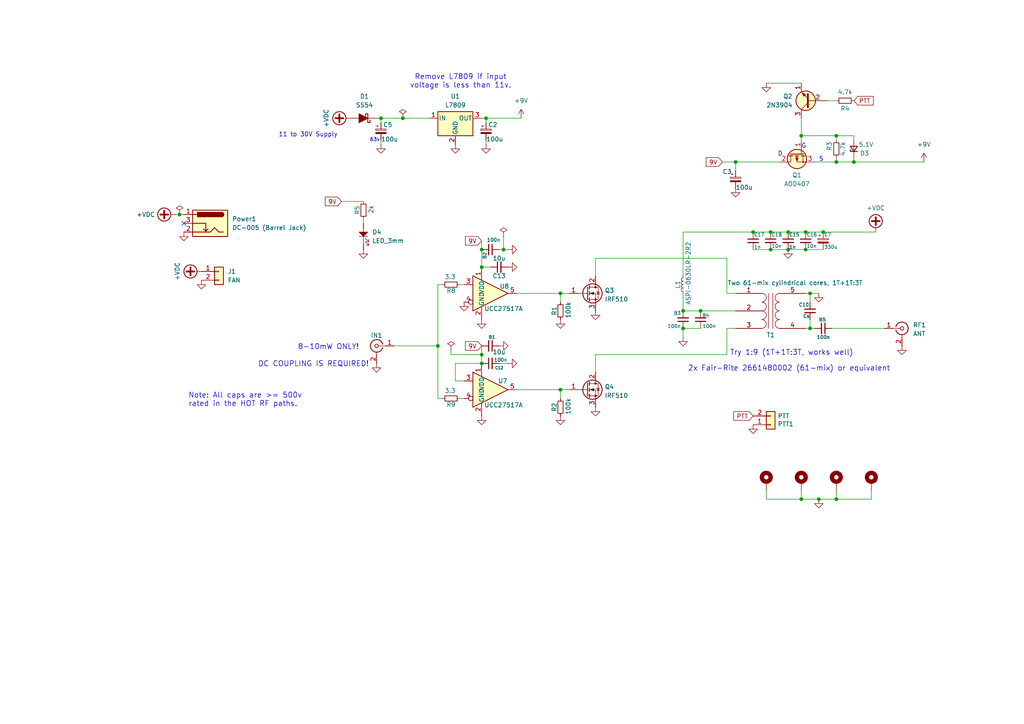
<source format=kicad_sch>
(kicad_sch (version 20240602) (generator "eeschema") (generator_version "8.99")
  (paper "A4")
  (title_block (title "Digital Push-Pull PA (24v, 2xIRF510)") (date "2024-07-09") (rev "3.14") (company "Henning Paul DC4HP (hnch@gmx.net), VU3CER (Dhiru), Rafał Rozestwiński") (comment 1 "Licensed under CC BY-NC 4.0") (comment 2 "https://creativecommons.org/licenses/by-nc/4.0/"))
  (lib_symbols
    (symbol "Connector:Barrel_Jack_Switch" (pin_names hide)
      (property "Reference" "J" (at 0 5.334 0))
      (property "Value" "Barrel_Jack_Switch" (at 0 -5.08 0))
      (symbol "Barrel_Jack_Switch_0_1"
        (rectangle (start -5.08 3.81) (end 5.08 -3.81) (stroke (width 0.254)) (fill (type background)))
        (polyline (pts (xy -3.81 -2.54) (xy -2.54 -2.54) (xy -1.27 -1.27) (xy 0 -2.54) (xy 2.54 -2.54) (xy 5.08 -2.54)) (stroke (width 0.254)))
        (arc (start -3.302 1.905) (mid -3.9343 2.54) (end -3.302 3.175) (stroke (width 0.254)) (fill (type outline)))
        (arc (start -3.302 1.905) (mid -3.9343 2.54) (end -3.302 3.175) (stroke (width 0.254)))
        (polyline (pts (xy 1.27 -2.286) (xy 1.905 -1.651)) (stroke (width 0.254)))
        (rectangle (start 3.683 3.175) (end -3.302 1.905) (stroke (width 0.254)) (fill (type outline)))
        (polyline (pts (xy 5.08 2.54) (xy 3.81 2.54)) (stroke (width 0.254)))
        (polyline (pts (xy 5.08 0) (xy 1.27 0) (xy 1.27 -2.286) (xy 0.635 -1.651)) (stroke (width 0.254)))
      )
      (symbol "Barrel_Jack_Switch_1_1"
        (pin passive line (at 7.62 2.54 180) (length 2.54) (name "~") (number "1"))
        (pin passive line (at 7.62 0 180) (length 2.54) (name "~") (number "3"))
        (pin passive line (at 7.62 -2.54 180) (length 2.54) (name "~") (number "2"))
      )
    )
    (symbol "Connector:Conn_Coaxial" (pin_names (offset 1.016) hide)
      (property "Reference" "J" (at 0.254 3.048 0))
      (property "Value" "Conn_Coaxial" (at 2.921 0 90))
      (symbol "Conn_Coaxial_0_1"
        (polyline (pts (xy -2.54 0) (xy -0.508 0)))
        (arc (start 1.778 0) (mid 0.222 -1.8079) (end -1.778 -0.508) (stroke (width 0.254)))
        (arc (start -1.778 0.508) (mid 0.2221 1.8084) (end 1.778 0) (stroke (width 0.254)))
        (circle (center 0 0) (radius 0.508) (stroke (width 0.2032)))
        (polyline (pts (xy 0 -2.54) (xy 0 -1.778)))
      )
      (symbol "Conn_Coaxial_1_1"
        (pin passive line (at -5.08 0 0) (length 2.54) (name "In") (number "1"))
        (pin passive line (at 0 -5.08 90) (length 2.54) (name "Ext") (number "2"))
      )
    )
    (symbol "Connector_Generic:Conn_01x02" (pin_names (offset 1.016) hide)
      (property "Reference" "J" (at 0 2.54 0))
      (property "Value" "Conn_01x02" (at 0 -5.08 0))
      (symbol "Conn_01x02_1_1"
        (rectangle (start -1.27 1.27) (end 1.27 -3.81) (stroke (width 0.254)) (fill (type background)))
        (rectangle (start -1.27 0.127) (end 0 -0.127) (stroke (width 0.1524)))
        (rectangle (start -1.27 -2.413) (end 0 -2.667) (stroke (width 0.1524)))
        (pin passive line (at -5.08 0 0) (length 3.81) (name "Pin_1") (number "1"))
        (pin passive line (at -5.08 -2.54 0) (length 3.81) (name "Pin_2") (number "2"))
      )
    )
    (symbol "Device:C_Polarized_Small" (pin_numbers hide) (pin_names (offset 0.254) hide)
      (property "Reference" "C" (at 0.254 1.778 0))
      (property "Value" "C_Polarized_Small" (at 0.254 -2.032 0))
      (symbol "C_Polarized_Small_0_1"
        (rectangle (start -1.524 0.6858) (end 1.524 0.3048))
        (rectangle (start -1.524 -0.3048) (end 1.524 -0.6858) (fill (type outline)))
        (polyline (pts (xy -1.27 1.524) (xy -0.762 1.524)))
        (polyline (pts (xy -1.016 1.27) (xy -1.016 1.778)))
      )
      (symbol "C_Polarized_Small_1_1"
        (pin passive line (at 0 2.54 270) (length 1.8542) (name "~") (number "1"))
        (pin passive line (at 0 -2.54 90) (length 1.8542) (name "~") (number "2"))
      )
    )
    (symbol "Device:C_Small" (pin_numbers hide) (pin_names (offset 0.254) hide)
      (property "Reference" "C" (at 0.254 1.778 0))
      (property "Value" "C_Small" (at 0.254 -2.032 0))
      (symbol "C_Small_0_1"
        (polyline (pts (xy -1.524 0.508) (xy 1.524 0.508)) (stroke (width 0.3048)))
        (polyline (pts (xy -1.524 -0.508) (xy 1.524 -0.508)) (stroke (width 0.3302)))
      )
      (symbol "C_Small_1_1"
        (pin passive line (at 0 2.54 270) (length 2.032) (name "~") (number "1"))
        (pin passive line (at 0 -2.54 90) (length 2.032) (name "~") (number "2"))
      )
    )
    (symbol "Device:D_Zener_Small" (pin_numbers hide) (pin_names (offset 0.254) hide)
      (property "Reference" "D" (at 0 2.286 0))
      (property "Value" "D_Zener_Small" (at 0 -2.286 0))
      (symbol "D_Zener_Small_0_1"
        (polyline (pts (xy -0.254 1.016) (xy -0.762 1.016) (xy -0.762 -1.016)) (stroke (width 0.254)))
        (polyline (pts (xy 0.762 1.016) (xy -0.762 0) (xy 0.762 -1.016) (xy 0.762 1.016)) (stroke (width 0.254)))
        (polyline (pts (xy 0.762 0) (xy -0.762 0)))
      )
      (symbol "D_Zener_Small_1_1"
        (pin passive line (at -2.54 0 0) (length 1.778) (name "K") (number "1"))
        (pin passive line (at 2.54 0 180) (length 1.778) (name "A") (number "2"))
      )
    )
    (symbol "Device:L_Small" (pin_numbers hide) (pin_names (offset 0.254) hide)
      (property "Reference" "L" (at 0.762 1.016 0))
      (property "Value" "L_Small" (at 0.762 -1.016 0))
      (symbol "L_Small_0_1"
        (arc (start 0 2.032) (mid 0.5058 1.524) (end 0 1.016))
        (arc (start 0 1.016) (mid 0.5058 0.508) (end 0 0))
        (arc (start 0 0) (mid 0.5058 -0.508) (end 0 -1.016))
        (arc (start 0 -1.016) (mid 0.5058 -1.524) (end 0 -2.032))
      )
      (symbol "L_Small_1_1"
        (pin passive line (at 0 2.54 270) (length 0.508) (name "~") (number "1"))
        (pin passive line (at 0 -2.54 90) (length 0.508) (name "~") (number "2"))
      )
    )
    (symbol "Device:Q_NMOS_GDS" (pin_names (offset 0) hide)
      (property "Reference" "Q" (at 5.08 1.27 0))
      (property "Value" "Q_NMOS_GDS" (at 5.08 -1.27 0))
      (symbol "Q_NMOS_GDS_0_1"
        (polyline (pts (xy 0.254 1.905) (xy 0.254 -1.905)) (stroke (width 0.254)))
        (polyline (pts (xy 0.254 0) (xy -2.54 0)))
        (polyline (pts (xy 0.762 2.286) (xy 0.762 1.27)) (stroke (width 0.254)))
        (polyline (pts (xy 0.762 0.508) (xy 0.762 -0.508)) (stroke (width 0.254)))
        (polyline (pts (xy 0.762 -1.27) (xy 0.762 -2.286)) (stroke (width 0.254)))
        (polyline (pts (xy 0.762 -1.778) (xy 3.302 -1.778) (xy 3.302 1.778) (xy 0.762 1.778)))
        (polyline (pts (xy 1.016 0) (xy 2.032 0.381) (xy 2.032 -0.381) (xy 1.016 0)) (fill (type outline)))
        (circle (center 1.651 0) (radius 2.794) (stroke (width 0.254)))
        (polyline (pts (xy 2.54 2.54) (xy 2.54 1.778)))
        (circle (center 2.54 1.778) (radius 0.254) (fill (type outline)))
        (circle (center 2.54 -1.778) (radius 0.254) (fill (type outline)))
        (polyline (pts (xy 2.54 -2.54) (xy 2.54 0) (xy 0.762 0)))
        (polyline (pts (xy 2.794 0.508) (xy 2.921 0.381) (xy 3.683 0.381) (xy 3.81 0.254)))
        (polyline (pts (xy 3.302 0.381) (xy 2.921 -0.254) (xy 3.683 -0.254) (xy 3.302 0.381)))
      )
      (symbol "Q_NMOS_GDS_1_1"
        (pin input line (at -5.08 0 0) (length 2.54) (name "G") (number "1"))
        (pin passive line (at 2.54 5.08 270) (length 2.54) (name "D") (number "2"))
        (pin passive line (at 2.54 -5.08 90) (length 2.54) (name "S") (number "3"))
      )
    )
    (symbol "Device:R_Small" (pin_numbers hide) (pin_names (offset 0.254) hide)
      (property "Reference" "R" (at 0.762 0.508 0))
      (property "Value" "R_Small" (at 0.762 -1.016 0))
      (symbol "R_Small_0_1"
        (rectangle (start -0.762 1.778) (end 0.762 -1.778) (stroke (width 0.2032)))
      )
      (symbol "R_Small_1_1"
        (pin passive line (at 0 2.54 270) (length 0.762) (name "~") (number "1"))
        (pin passive line (at 0 -2.54 90) (length 0.762) (name "~") (number "2"))
      )
    )
    (symbol "Mechanical:MountingHole_Pad" (pin_numbers hide) (pin_names (offset 1.016) hide)
      (property "Reference" "H" (at 0 6.35 0))
      (property "Value" "MountingHole_Pad" (at 0 4.445 0))
      (symbol "MountingHole_Pad_0_1"
        (circle (center 0 1.27) (radius 1.27) (stroke (width 1.27)))
      )
      (symbol "MountingHole_Pad_1_1"
        (pin input line (at 0 -2.54 90) (length 2.54) (name "1") (number "1"))
      )
    )
    (symbol "PCM_Diode_Schottky_AKL:SS54" (pin_numbers hide) (pin_names (offset 1.016) hide)
      (property "Reference" "D" (at 0 5.08 0))
      (property "Value" "SS54" (at 0 2.54 0))
      (symbol "SS54_0_1"
        (polyline (pts (xy -1.27 0) (xy 1.27 0)))
        (polyline (pts (xy -1.27 -1.27) (xy -1.27 1.27) (xy 1.27 0) (xy -1.27 -1.27)) (stroke (width 0.254)) (fill (type outline)))
        (polyline (pts (xy 1.905 -0.635) (xy 1.905 -1.27) (xy 1.27 -1.27) (xy 1.27 1.27) (xy 0.635 1.27) (xy 0.635 0.635)) (stroke (width 0.254)))
      )
      (symbol "SS54_1_1"
        (pin passive line (at -3.81 0 0) (length 2.54) (name "A") (number "2"))
        (pin passive line (at 3.81 0 180) (length 2.54) (name "K") (number "1"))
      )
    )
    (symbol "PCM_SL_Devices:LED_3mm"
      (property "Reference" "D" (at -0.508 5.334 0))
      (property "Value" "LED_3mm" (at -0.508 2.794 0))
      (symbol "LED_3mm_0_1"
        (polyline (pts (xy -1.27 0) (xy -2.54 0)))
        (polyline (pts (xy 0 1.27) (xy 0 -1.27)))
        (polyline (pts (xy 0 0) (xy -1.27 -1.27) (xy -1.27 1.27) (xy 0 0) (xy 1.27 0)) (fill (type outline)))
        (polyline (pts (xy 0.508 0.508) (xy 1.524 1.524)))
        (polyline (pts (xy 1.27 0) (xy 2.54 0)))
        (polyline (pts (xy 1.524 1.524) (xy 1.524 0.889)))
        (polyline (pts (xy 1.524 1.524) (xy 0.889 1.524)))
        (polyline (pts (xy 1.524 0.508) (xy 2.54 1.524)))
        (polyline (pts (xy 2.54 1.524) (xy 2.54 0.889)))
        (polyline (pts (xy 2.54 1.524) (xy 1.905 1.524)))
      )
      (symbol "LED_3mm_1_1"
        (pin passive line (at -3.81 0 0) (length 1.5) (name "") (number "2"))
        (pin passive line (at 3.81 0 180) (length 1.5) (name "~") (number "1"))
      )
    )
    (symbol "PCM_Transistor_BJT_AKL:2N3904" (pin_names hide)
      (property "Reference" "Q" (at 5.08 1.27 0))
      (property "Value" "2N3904" (at 5.08 -1.27 0))
      (symbol "2N3904_0_1"
        (polyline (pts (xy 0.635 1.905) (xy 0.635 -1.905) (xy 0.635 -1.905)) (stroke (width 0.508)))
        (polyline (pts (xy 0.635 0.635) (xy 2.54 2.54)))
        (polyline (pts (xy 0.635 -0.635) (xy 2.54 -2.54) (xy 2.54 -2.54)))
        (circle (center 1.27 0) (radius 2.8194) (stroke (width 0.254)) (fill (type background)))
        (polyline (pts (xy 1.27 -1.778) (xy 1.778 -1.27) (xy 2.286 -2.286) (xy 1.27 -1.778) (xy 1.27 -1.778)) (fill (type outline)))
      )
      (symbol "2N3904_1_1"
        (pin passive line (at -5.08 0 0) (length 5.715) (name "B") (number "2"))
        (pin passive line (at 2.54 5.08 270) (length 2.54) (name "C") (number "3"))
        (pin passive line (at 2.54 -5.08 90) (length 2.54) (name "E") (number "1"))
      )
    )
    (symbol "PCM_Transistor_MOSFET_AKL:AOD407" (pin_names hide)
      (property "Reference" "Q" (at 5.08 1.27 0))
      (property "Value" "AOD407" (at 5.08 -1.27 0))
      (symbol "AOD407_0_1"
        (polyline (pts (xy 0.254 1.27) (xy -2.54 1.27)))
        (polyline (pts (xy 0.254 -1.905) (xy 0.254 1.905)) (stroke (width 0.254)))
        (polyline (pts (xy 0.762 1.778) (xy 2.54 1.778)))
        (polyline (pts (xy 0.762 1.27) (xy 0.762 2.286)) (stroke (width 0.254)))
        (polyline (pts (xy 0.762 -0.508) (xy 0.762 0.508)) (stroke (width 0.254)))
        (polyline (pts (xy 0.762 -1.778) (xy 2.54 -1.778)))
        (polyline (pts (xy 0.762 -2.286) (xy 0.762 -1.27)) (stroke (width 0.254)))
        (polyline (pts (xy 2.286 0) (xy 1.27 -0.381) (xy 1.27 0.381) (xy 2.286 0)) (fill (type outline)))
        (polyline (pts (xy 2.54 2.54) (xy 2.54 0) (xy 0.762 0)))
        (polyline (pts (xy 2.54 -2.54) (xy 2.54 -1.778)))
      )
      (symbol "AOD407_1_1"
        (circle (center 1.651 0) (radius 2.794) (stroke (width 0.254)) (fill (type background)))
        (circle (center 2.54 1.778) (radius 0.1778) (fill (type outline)))
        (pin input line (at -3.81 1.27 0) (length 2.54) (name "G") (number "1"))
        (pin passive line (at 2.54 5.08 270) (length 2.54) (name "S") (number "3"))
        (pin passive line (at 2.54 -5.08 90) (length 2.54) (name "D") (number "2"))
      )
    )
    (symbol "Regulator_Linear:L7812" (pin_names (offset 0.254))
      (property "Reference" "U" (at -3.81 3.175 0))
      (property "Value" "L7812" (at 0 3.175 0))
      (symbol "L7812_0_1"
        (rectangle (start -5.08 1.905) (end 5.08 -5.08) (stroke (width 0.254)) (fill (type background)))
      )
      (symbol "L7812_1_1"
        (pin power_in line (at -7.62 0 0) (length 2.54) (name "IN") (number "1"))
        (pin power_in line (at 0 -7.62 90) (length 2.54) (name "GND") (number "2"))
        (pin power_out line (at 7.62 0 180) (length 2.54) (name "OUT") (number "3"))
      )
    )
    (symbol "fan3100:FAN3100" (pin_names (offset 0.127))
      (property "Reference" "U8" (at 4.064 2.032 0))
      (property "Value" "UCC27517A" (at 4.318 3.81 0))
      (symbol "FAN3100_0_1"
        (polyline (pts (xy -5.08 5.08) (xy 5.08 0) (xy -5.08 -5.08) (xy -5.08 5.08)) (stroke (width 0.254)) (fill (type background)))
      )
      (symbol "FAN3100_1_1"
        (pin input line (at -7.62 2.54 0) (length 2.54) (name "~") (number "3"))
        (pin input inverted (at -7.62 -2.54 0) (length 2.54) (name "~") (number "4"))
        (pin power_in line (at -2.54 7.62 270) (length 3.81) (name "VDD") (number "1"))
        (pin power_in line (at -2.54 -7.62 90) (length 3.81) (name "GND") (number "2"))
        (pin output line (at 7.62 0 180) (length 2.54) (name "~") (number "5"))
      )
    )
    (symbol "power:+9V" (power) (pin_numbers hide) (pin_names (offset 0) hide)
      (property "Value" "+9V" (at 0 3.556 0))
      (symbol "+9V_0_1"
        (polyline (pts (xy -0.762 1.27) (xy 0 2.54)))
        (polyline (pts (xy 0 2.54) (xy 0.762 1.27)))
        (polyline (pts (xy 0 0) (xy 0 2.54)))
      )
      (symbol "+9V_1_1"
        (pin power_in line (at 0 0 90) (length 0) (name "~") (number "1"))
      )
    )
    (symbol "power:+VDC" (power) (pin_numbers hide) (pin_names (offset 0) hide)
      (property "Value" "+VDC" (at 0 6.35 0))
      (symbol "+VDC_0_1"
        (polyline (pts (xy -1.143 3.175) (xy 1.143 3.175)) (stroke (width 0.508)))
        (circle (center 0 3.175) (radius 1.905) (stroke (width 0.254)))
        (polyline (pts (xy 0 2.032) (xy 0 4.318)) (stroke (width 0.508)))
        (polyline (pts (xy 0 0) (xy 0 1.27)))
      )
      (symbol "+VDC_1_1"
        (pin power_in line (at 0 0 90) (length 0) (name "~") (number "1"))
      )
    )
    (symbol "power:GND" (power) (pin_numbers hide) (pin_names (offset 0) hide)
      (property "Value" "GND" (at 0 -3.81 0))
      (symbol "GND_0_1"
        (polyline (pts (xy 0 0) (xy 0 -1.27) (xy 1.27 -1.27) (xy 0 -2.54) (xy -1.27 -1.27) (xy 0 -1.27)))
      )
      (symbol "GND_1_1"
        (pin power_in line (at 0 0 270) (length 0) (name "~") (number "1"))
      )
    )
    (symbol "power:PWR_FLAG" (power) (pin_numbers hide) (pin_names (offset 0) hide)
      (property "Value" "PWR_FLAG" (at 0 3.81 0))
      (symbol "PWR_FLAG_0_0"
        (pin power_out line (at 0 0 90) (length 0) (name "~") (number "1"))
      )
      (symbol "PWR_FLAG_0_1"
        (polyline (pts (xy 0 0) (xy 0 1.27) (xy -1.016 1.905) (xy 0 2.54) (xy 1.016 1.905) (xy 0 1.27)))
      )
    )
    (symbol "transf4ct:TRANSF4CT" (pin_names (offset 1.016) hide)
      (property "Reference" "T1" (at 0 8.89 0))
      (property "Value" "BN 61-202, 2+2T:6T" (at 0 -6.35 0))
      (symbol "TRANSF4CT_0_1"
        (arc (start -1.27 3.81) (mid -1.6561 2.9337) (end -2.54 2.5654))
        (arc (start -1.27 1.27) (mid -1.6561 0.3937) (end -2.54 0.0254))
        (arc (start -1.27 -1.27) (mid -1.6561 -2.1463) (end -2.54 -2.5146))
        (arc (start -1.27 -3.81) (mid -1.6561 -4.6863) (end -2.54 -5.0546))
        (arc (start -2.54 5.08) (mid -1.642 4.708) (end -1.27 3.81))
        (arc (start -2.54 2.54) (mid -1.642 2.168) (end -1.27 1.27))
        (arc (start -2.54 0) (mid -1.642 -0.372) (end -1.27 -1.27))
        (arc (start -2.54 -2.54) (mid -1.642 -2.912) (end -1.27 -3.81))
        (polyline (pts (xy -0.635 5.08) (xy -0.635 -5.08)))
        (polyline (pts (xy 0.635 -5.08) (xy 0.635 5.08)))
        (arc (start 1.2954 3.81) (mid 1.6457 4.7117) (end 2.54 5.08))
        (arc (start 1.2954 1.27) (mid 1.6457 2.1717) (end 2.54 2.54))
        (arc (start 1.2954 -1.27) (mid 1.6457 -0.3683) (end 2.54 0))
        (arc (start 2.54 2.5654) (mid 1.6599 2.9299) (end 1.2954 3.81))
        (arc (start 2.54 0.0254) (mid 1.6599 0.3899) (end 1.2954 1.27))
        (arc (start 2.54 -2.5146) (mid 1.6599 -2.1501) (end 1.2954 -1.27))
        (arc (start 1.3208 -3.81) (mid 1.6711 -2.9085) (end 2.5654 -2.54))
        (arc (start 2.5654 -5.0546) (mid 1.6851 -4.6902) (end 1.3208 -3.81))
      )
      (symbol "TRANSF4CT_1_1"
        (pin passive line (at -10.16 5.08 0) (length 7.62) (name "PR1") (number "1"))
        (pin passive line (at -10.16 0 0) (length 7.62) (name "PM") (number "2"))
        (pin passive line (at -10.16 -5.08 0) (length 7.62) (name "PR2") (number "3"))
        (pin passive line (at 10.16 5.08 180) (length 7.62) (name "S1") (number "5"))
        (pin passive line (at 10.16 -5.08 180) (length 7.62) (name "S2") (number "4"))
      )
    )
  )
  (text "Try 1:9 (1T+1T:3T, works well)" (at 229.616 102.362 0) (effects (font (size 1.524 1.524))))
  (text "G" (at 232.41 43.18 0) (effects (font (size 1.27 1.27)) (justify left bottom)))
  (text "8-10mW ONLY!" (at 86.36 101.6 0) (effects (font (size 1.524 1.524)) (justify left bottom)))
  (text "63v" (at 108.712 40.64 0) (effects (font (size 1.016 1.016))))
  (text "Note: All caps are >= 500v \nrated in the HOT RF paths." (at 54.61 118.11 0) (effects (font (size 1.524 1.524)) (justify left bottom)))
  (text "2x Fair-Rite 2661480002 (61-mix) or equivalent" (at 228.854 106.934 0) (effects (font (size 1.524 1.524))))
  (text "DC COUPLING IS REQUIRED!" (at 90.932 105.664 0) (effects (font (size 1.524 1.524))))
  (text "D" (at 225.552 45.466 0) (effects (font (size 1.27 1.27)) (justify left bottom)))
  (text "S" (at 237.49 46.99 0) (effects (font (size 1.27 1.27)) (justify left bottom)))
  (text "11 to 30V Supply" (at 80.772 39.878 0) (effects (font (size 1.27 1.27)) (justify left bottom)))
  (text "Remove L7809 if input\nvoltage is less than 11v." (at 133.604 23.622 0) (effects (font (size 1.524 1.524))))
  (junction (at 242.57 46.99))
  (junction (at 116.84 34.29))
  (junction (at 110.49 34.29))
  (junction (at 218.44 67.31))
  (junction (at 223.52 67.31))
  (junction (at 233.68 67.31))
  (junction (at 213.36 46.99))
  (junction (at 139.7 102.87))
  (junction (at 146.05 72.39))
  (junction (at 234.95 85.09))
  (junction (at 198.12 90.17))
  (junction (at 234.95 95.25))
  (junction (at 139.7 72.39))
  (junction (at 228.6 67.31))
  (junction (at 237.49 144.78))
  (junction (at 162.56 113.03))
  (junction (at 139.7 105.41))
  (junction (at 238.76 67.31))
  (junction (at 127 100.33))
  (junction (at 247.65 46.99))
  (junction (at 242.57 39.37))
  (junction (at 139.7 77.47))
  (junction (at 232.41 39.37))
  (junction (at 162.56 85.09))
  (junction (at 242.57 144.78))
  (junction (at 228.6 72.39))
  (junction (at 203.2 90.17))
  (junction (at 198.12 95.25))
  (junction (at 232.41 144.78))
  (junction (at 140.97 34.29))
  (junction (at 233.68 72.39))
  (junction (at 52.07 62.23))
  (junction (at 223.52 72.39))
  (no_connect (at 53.34 64.77))
  (wire (pts (xy 242.57 45.72) (xy 242.57 46.99)))
  (wire (pts (xy 139.7 102.87) (xy 139.7 105.41)))
  (wire (pts (xy 139.7 72.39) (xy 139.7 77.47)))
  (wire (pts (xy 139.7 34.29) (xy 140.97 34.29)))
  (wire (pts (xy 232.41 39.37) (xy 232.41 40.64)))
  (wire (pts (xy 172.72 102.87) (xy 210.82 102.87)))
  (wire (pts (xy 146.05 72.39) (xy 147.32 72.39)))
  (wire (pts (xy 233.68 95.25) (xy 234.95 95.25)))
  (wire (pts (xy 233.68 85.09) (xy 234.95 85.09)))
  (wire (pts (xy 228.6 67.31) (xy 233.68 67.31)))
  (wire (pts (xy 198.12 67.31) (xy 218.44 67.31)))
  (wire (pts (xy 232.41 142.24) (xy 232.41 144.78)))
  (wire (pts (xy 213.36 46.99) (xy 226.06 46.99)))
  (wire (pts (xy 52.07 62.23) (xy 53.34 62.23)))
  (wire (pts (xy 222.25 142.24) (xy 222.25 144.78)))
  (wire (pts (xy 110.49 34.29) (xy 110.49 35.56)))
  (wire (pts (xy 172.72 74.93) (xy 210.82 74.93)))
  (wire (pts (xy 198.12 85.09) (xy 198.12 90.17)))
  (wire (pts (xy 218.44 67.31) (xy 223.52 67.31)))
  (wire (pts (xy 140.97 40.64) (xy 140.97 41.91)))
  (wire (pts (xy 223.52 72.39) (xy 228.6 72.39)))
  (wire (pts (xy 146.05 68.58) (xy 146.05 72.39)))
  (wire (pts (xy 238.76 67.31) (xy 254 67.31)))
  (wire (pts (xy 210.82 95.25) (xy 210.82 102.87)))
  (wire (pts (xy 144.78 72.39) (xy 146.05 72.39)))
  (wire (pts (xy 198.12 90.17) (xy 203.2 90.17)))
  (wire (pts (xy 110.49 34.29) (xy 116.84 34.29)))
  (wire (pts (xy 236.22 46.99) (xy 242.57 46.99)))
  (wire (pts (xy 105.41 63.5) (xy 105.41 64.77)))
  (wire (pts (xy 232.41 39.37) (xy 242.57 39.37)))
  (wire (pts (xy 139.7 77.47) (xy 142.24 77.47)))
  (wire (pts (xy 203.2 90.17) (xy 213.36 90.17)))
  (wire (pts (xy 172.72 107.95) (xy 172.72 102.87)))
  (wire (pts (xy 127 82.55) (xy 127 100.33)))
  (wire (pts (xy 132.08 105.41) (xy 139.7 105.41)))
  (wire (pts (xy 252.73 144.78) (xy 252.73 142.24)))
  (wire (pts (xy 237.49 144.78) (xy 242.57 144.78)))
  (wire (pts (xy 116.84 34.29) (xy 124.46 34.29)))
  (wire (pts (xy 247.65 46.99) (xy 267.97 46.99)))
  (wire (pts (xy 240.03 29.21) (xy 242.57 29.21)))
  (wire (pts (xy 234.95 95.25) (xy 236.22 95.25)))
  (wire (pts (xy 139.7 69.85) (xy 139.7 72.39)))
  (wire (pts (xy 233.68 67.31) (xy 238.76 67.31)))
  (wire (pts (xy 110.49 40.64) (xy 110.49 41.91)))
  (wire (pts (xy 114.3 100.33) (xy 127 100.33)))
  (wire (pts (xy 242.57 39.37) (xy 242.57 40.64)))
  (wire (pts (xy 198.12 95.25) (xy 203.2 95.25)))
  (wire (pts (xy 241.3 95.25) (xy 256.54 95.25)))
  (wire (pts (xy 162.56 113.03) (xy 162.56 115.57)))
  (wire (pts (xy 144.78 105.41) (xy 147.32 105.41)))
  (wire (pts (xy 222.25 144.78) (xy 232.41 144.78)))
  (wire (pts (xy 209.55 46.99) (xy 213.36 46.99)))
  (wire (pts (xy 132.08 110.49) (xy 132.08 105.41)))
  (wire (pts (xy 242.57 39.37) (xy 247.65 39.37)))
  (wire (pts (xy 172.72 80.01) (xy 172.72 74.93)))
  (wire (pts (xy 99.06 58.42) (xy 105.41 58.42)))
  (wire (pts (xy 130.81 102.87) (xy 139.7 102.87)))
  (wire (pts (xy 134.62 115.57) (xy 133.35 115.57)))
  (wire (pts (xy 247.65 45.72) (xy 247.65 46.99)))
  (wire (pts (xy 247.65 39.37) (xy 247.65 40.64)))
  (wire (pts (xy 149.86 113.03) (xy 162.56 113.03)))
  (wire (pts (xy 232.41 144.78) (xy 237.49 144.78)))
  (wire (pts (xy 234.95 85.09) (xy 237.49 85.09)))
  (wire (pts (xy 234.95 92.71) (xy 234.95 95.25)))
  (wire (pts (xy 130.81 101.6) (xy 130.81 102.87)))
  (wire (pts (xy 233.68 72.39) (xy 238.76 72.39)))
  (wire (pts (xy 218.44 72.39) (xy 223.52 72.39)))
  (wire (pts (xy 213.36 46.99) (xy 213.36 49.53)))
  (wire (pts (xy 50.8 62.23) (xy 52.07 62.23)))
  (wire (pts (xy 242.57 144.78) (xy 252.73 144.78)))
  (wire (pts (xy 127 100.33) (xy 127 115.57)))
  (wire (pts (xy 134.62 110.49) (xy 132.08 110.49)))
  (wire (pts (xy 228.6 72.39) (xy 233.68 72.39)))
  (wire (pts (xy 242.57 46.99) (xy 247.65 46.99)))
  (wire (pts (xy 210.82 95.25) (xy 213.36 95.25)))
  (wire (pts (xy 198.12 95.25) (xy 198.12 97.79)))
  (wire (pts (xy 133.35 82.55) (xy 134.62 82.55)))
  (wire (pts (xy 210.82 85.09) (xy 213.36 85.09)))
  (wire (pts (xy 140.97 34.29) (xy 151.13 34.29)))
  (wire (pts (xy 162.56 113.03) (xy 165.1 113.03)))
  (wire (pts (xy 223.52 67.31) (xy 228.6 67.31)))
  (wire (pts (xy 128.27 115.57) (xy 127 115.57)))
  (wire (pts (xy 198.12 67.31) (xy 198.12 80.01)))
  (wire (pts (xy 210.82 74.93) (xy 210.82 85.09)))
  (wire (pts (xy 139.7 100.33) (xy 139.7 102.87)))
  (wire (pts (xy 127 82.55) (xy 128.27 82.55)))
  (wire (pts (xy 140.97 34.29) (xy 140.97 35.56)))
  (wire (pts (xy 232.41 34.29) (xy 232.41 39.37)))
  (wire (pts (xy 162.56 85.09) (xy 162.56 87.63)))
  (wire (pts (xy 149.86 85.09) (xy 162.56 85.09)))
  (wire (pts (xy 234.95 85.09) (xy 234.95 87.63)))
  (wire (pts (xy 242.57 142.24) (xy 242.57 144.78)))
  (wire (pts (xy 109.22 34.29) (xy 110.49 34.29)))
  (wire (pts (xy 222.25 24.13) (xy 232.41 24.13)))
  (wire (pts (xy 162.56 85.09) (xy 165.1 85.09)))
  (global_label "PTT" (shape input) (at 247.65 29.21 0) (property "Intersheetrefs" "${INTERSHEET_REFS}" (effects (hide yes))))
  (global_label "9V" (shape input) (at 139.7 100.33 180) (property "Intersheetrefs" "${INTERSHEET_REFS}" (effects (hide yes))))
  (global_label "9V" (shape input) (at 99.06 58.42 180) (property "Intersheetrefs" "${INTERSHEET_REFS}" (effects (hide yes))))
  (global_label "9V" (shape input) (at 139.7 69.85 180) (property "Intersheetrefs" "${INTERSHEET_REFS}" (effects (hide yes))))
  (global_label "9V" (shape input) (at 209.55 46.99 180) (property "Intersheetrefs" "${INTERSHEET_REFS}" (effects (hide yes))))
  (global_label "PTT" (shape input) (at 218.44 120.65 180) (property "Intersheetrefs" "${INTERSHEET_REFS}" (effects (hide yes))))
  (symbol (lib_id "Device:C_Small") (at 144.78 77.47 90) (unit 1)
    (property "Reference" "C13" (at 144.78 80.01 90))
    (property "Value" "10u" (at 144.78 74.93 90))
    (property "Footprint" "Capacitor_SMD:C_1206_3216Metric_Pad1.33x1.80mm_HandSolder" (effects (hide yes)))
  )
  (symbol (lib_id "power:GND") (at 147.32 72.39 90) (unit 1)
    (property "Reference" "#PWR043" (effects (hide yes)))
    (property "Value" "GND" (effects (hide yes)))
    (property "Description" "Power symbol creates a global label with name \"GND\" , ground" (effects (hide yes)))
  )
  (symbol (lib_id "power:GND") (at 198.12 97.79 0) (unit 1)
    (property "Reference" "#PWR051" (effects (hide yes)))
    (property "Value" "GND" (effects (hide yes)))
    (property "Description" "Power symbol creates a global label with name \"GND\" , ground" (effects (hide yes)))
  )
  (symbol (lib_id "PCM_Transistor_MOSFET_AKL:AOD407") (at 231.14 44.45 270) (unit 1)
    (property "Reference" "Q1" (at 231.14 50.8 90))
    (property "Value" "AOD407" (at 231.14 53.34 90))
    (property "Footprint" "footprints:TO-252-2-Mod" (effects (hide yes)))
    (property "Datasheet" "https://www.tme.eu/Document/30df6ea9a855f5c21a835dd634077ed4/AOD407-DTE.pdf" (effects (hide yes)))
    (property "Description" "TO-252 P-MOSFET enchancement mode transistor, 60V, 12A, 50W, Alternate KiCAD Library" (effects (hide yes)))
  )
  (symbol (lib_id "power:+9V") (at 151.13 34.29 0) (unit 1)
    (property "Reference" "#PWR06" (effects (hide yes)))
    (property "Value" "+9V" (at 151.13 29.21 0))
    (property "Description" "Power symbol creates a global label with name \"+9V\"" (effects (hide yes)))
  )
  (symbol (lib_id "power:GND") (at 58.42 81.28 0) (unit 1)
    (property "Reference" "#PWR025" (effects (hide yes)))
    (property "Value" "GND" (effects (hide yes)))
    (property "Description" "Power symbol creates a global label with name \"GND\" , ground" (effects (hide yes)))
  )
  (symbol (lib_id "power:GND") (at 139.7 120.65 0) (unit 1)
    (property "Reference" "#PWR035" (effects (hide yes)))
    (property "Value" "GND" (effects (hide yes)))
    (property "Description" "Power symbol creates a global label with name \"GND\" , ground" (effects (hide yes)))
  )
  (symbol (lib_id "Device:Q_NMOS_GDS") (at 170.18 85.09 0) (unit 1)
    (property "Reference" "Q3" (at 175.387 84.2553 0) (effects (justify left)))
    (property "Value" "IRF510" (at 175.387 86.7922 0) (effects (justify left)))
    (property "Footprint" "footprints:TO-220-3_Horizontal_TabDown" (effects (hide yes)))
  )
  (symbol (lib_id "fan3100:FAN3100") (at 142.24 113.03 0) (unit 1)
    (property "Reference" "U7" (at 145.796 110.49 0))
    (property "Value" "UCC27517A" (at 146.05 117.475 0))
    (property "Footprint" "Package_TO_SOT_SMD:SOT-23-5_HandSoldering" (effects (hide yes)))
  )
  (symbol (lib_id "Connector:Barrel_Jack_Switch") (at 60.96 64.77 0) (mirror y) (unit 1)
    (property "Reference" "Power1" (at 67.31 63.4999 0) (effects (justify right)))
    (property "Value" "DC-005 (Barrel Jack)" (at 67.31 66.0399 0) (effects (justify right)))
    (property "Footprint" "footprints:XKB_DC-005-5A-2.0_Modded" (effects (hide yes)))
  )
  (symbol (lib_id "Mechanical:MountingHole_Pad") (at 232.41 139.7 0) (unit 1)
    (property "Reference" "H2" (effects (hide yes)))
    (property "Value" "MountingHole_Pad" (effects (hide yes)))
    (property "Footprint" "MountingHole:MountingHole_3.2mm_M3_Pad_Via" (effects (hide yes)))
  )
  (symbol (lib_id "Regulator_Linear:L7812") (at 132.08 34.29 0) (unit 1)
    (property "Reference" "U1" (at 132.08 27.94 0))
    (property "Value" "L7809" (at 132.08 30.48 0))
    (property "Footprint" "Package_TO_SOT_THT:TO-220-3_Horizontal_TabDown" (effects (hide yes)))
    (property "Datasheet" "http://www.st.com/content/ccc/resource/technical/document/datasheet/41/4f/b3/b0/12/d4/47/88/CD00000444.pdf/files/CD00000444.pdf/jcr:content/translations/en.CD00000444.pdf" (effects (hide yes)))
    (property "Description" "Positive 1.5A 35V Linear Regulator, Fixed Output 12V, TO-220/TO-263/TO-252" (effects (hide yes)))
  )
  (symbol (lib_id "power:+VDC") (at 50.8 62.23 90) (unit 1)
    (property "Reference" "#PWR050" (effects (hide yes)))
    (property "Value" "+VDC" (at 44.9834 62.23 90) (effects (justify left)))
    (property "Description" "Power symbol creates a global label with name \"+VDC\"" (effects (hide yes)))
  )
  (symbol (lib_id "Connector:Conn_Coaxial") (at 261.62 95.25 0) (unit 1)
    (property "Reference" "RF1" (at 264.795 94.2732 0) (effects (justify left)))
    (property "Value" "ANT" (at 264.795 96.8132 0) (effects (justify left)))
    (property "Footprint" "Connector_Coaxial:SMA_Amphenol_901-144_Vertical" (effects (hide yes)))
    (property "Datasheet" " ~" (effects (hide yes)))
    (property "Description" "coaxial connector (BNC, SMA, SMB, SMC, Cinch/RCA, LEMO, ...)" (effects (hide yes)))
  )
  (symbol (lib_id "Device:C_Polarized_Small") (at 110.49 38.1 0) (unit 1)
    (property "Reference" "C5" (at 111.125 36.195 0) (effects (justify left)))
    (property "Value" "100u" (at 110.49 40.386 0) (effects (justify left)))
    (property "Footprint" "Capacitor_THT:CP_Radial_D5.0mm_P2.00mm" (effects (hide yes)))
    (property "Description" "Polarized capacitor, small symbol" (effects (hide yes)))
  )
  (symbol (lib_id "power:+9V") (at 267.97 46.99 0) (unit 1)
    (property "Reference" "#PWR07" (effects (hide yes)))
    (property "Value" "+9V" (at 267.97 41.91 0))
    (property "Description" "Power symbol creates a global label with name \"+9V\"" (effects (hide yes)))
  )
  (symbol (lib_id "Device:C_Small") (at 142.24 100.33 270) (unit 1)
    (property "Reference" "B1" (at 141.605 97.79 90) (effects (font (size 0.9906 0.9906)) (justify left)))
    (property "Value" "100n" (at 143.256 104.394 90) (effects (font (size 0.9906 0.9906)) (justify left)))
    (property "Footprint" "Capacitor_SMD:C_1206_3216Metric_Pad1.33x1.80mm_HandSolder" (effects (hide yes)))
  )
  (symbol (lib_id "Device:C_Polarized_Small") (at 140.97 38.1 0) (unit 1)
    (property "Reference" "C2" (at 141.605 36.195 0) (effects (justify left)))
    (property "Value" "100u" (at 140.97 40.386 0) (effects (justify left)))
    (property "Footprint" "Capacitor_THT:CP_Radial_D5.0mm_P2.00mm" (effects (hide yes)))
    (property "Description" "Polarized capacitor, small symbol" (effects (hide yes)))
  )
  (symbol (lib_id "Connector_Generic:Conn_01x02") (at 223.52 123.19 0) (mirror x) (unit 1)
    (property "Reference" "PTT1" (at 225.552 122.9868 0) (effects (justify left)))
    (property "Value" "PTT" (at 225.552 120.6754 0) (effects (justify left)))
    (property "Footprint" "Connector_PinHeader_2.54mm:PinHeader_1x02_P2.54mm_Vertical" (effects (hide yes)))
  )
  (symbol (lib_id "Device:R_Small") (at 130.81 115.57 270) (unit 1)
    (property "Reference" "R9" (at 130.81 117.348 90))
    (property "Value" "3.3" (at 130.556 113.3094 90))
    (property "Footprint" "Resistor_SMD:R_1206_3216Metric_Pad1.30x1.75mm_HandSolder" (effects (hide yes)))
  )
  (symbol (lib_id "Device:D_Zener_Small") (at 247.65 43.18 90) (unit 1)
    (property "Reference" "D3" (at 252.095 44.45 90) (effects (justify left)))
    (property "Value" "5.1V" (at 253.365 41.91 90) (effects (justify left)))
    (property "Footprint" "Diode_SMD:D_MiniMELF" (effects (hide yes)))
    (property "Source" "LCSC" (effects (hide yes)))
  )
  (symbol (lib_id "power:GND") (at 213.36 54.61 0) (unit 1)
    (property "Reference" "#PWR05" (effects (hide yes)))
    (property "Value" "GND" (effects (hide yes)))
    (property "Description" "Power symbol creates a global label with name \"GND\" , ground" (effects (hide yes)))
  )
  (symbol (lib_id "power:GND") (at 105.41 72.39 0) (unit 1)
    (property "Reference" "#PWR015" (effects (hide yes)))
    (property "Value" "GND" (effects (hide yes)))
    (property "Description" "Power symbol creates a global label with name \"GND\" , ground" (effects (hide yes)))
  )
  (symbol (lib_id "power:GND") (at 147.32 105.41 90) (unit 1)
    (property "Reference" "#PWR044" (effects (hide yes)))
    (property "Value" "GND" (effects (hide yes)))
    (property "Description" "Power symbol creates a global label with name \"GND\" , ground" (effects (hide yes)))
  )
  (symbol (lib_id "power:+VDC") (at 101.6 34.29 90) (unit 1)
    (property "Reference" "#PWR09" (effects (hide yes)))
    (property "Value" "+VDC" (at 94.615 34.29 0))
    (property "Description" "Power symbol creates a global label with name \"+VDC\"" (effects (hide yes)))
  )
  (symbol (lib_id "transf4ct:TRANSF4CT") (at 223.52 90.17 0) (unit 1)
    (property "Reference" "T1" (at 223.52 97.155 0))
    (property "Value" "Two 61-mix cylindrical cores, 1T+1T:3T" (at 230.632 82.042 0))
    (property "Footprint" "footprints:BN-43-3312-Modded" (effects (hide yes)))
  )
  (symbol (lib_id "fan3100:FAN3100") (at 142.24 85.09 0) (unit 1)
    (property "Reference" "U8" (at 146.304 83.058 0))
    (property "Value" "UCC27517A" (at 146.05 89.535 0))
    (property "Footprint" "Package_TO_SOT_SMD:SOT-23-5_HandSoldering" (effects (hide yes)))
  )
  (symbol (lib_id "Device:Q_NMOS_GDS") (at 170.18 113.03 0) (unit 1)
    (property "Reference" "Q4" (at 175.387 112.1953 0) (effects (justify left)))
    (property "Value" "IRF510" (at 175.387 114.7322 0) (effects (justify left)))
    (property "Footprint" "footprints:TO-220-3_Horizontal_TabDown" (effects (hide yes)))
  )
  (symbol (lib_id "Device:C_Small") (at 238.76 95.25 270) (unit 1)
    (property "Reference" "B5" (at 237.49 92.71 90) (effects (font (size 0.9906 0.9906)) (justify left)))
    (property "Value" "100n" (at 236.855 97.79 90) (effects (font (size 0.9906 0.9906)) (justify left)))
    (property "Footprint" "Capacitor_SMD:C_1206_3216Metric_Pad1.33x1.80mm_HandSolder" (effects (hide yes)))
  )
  (symbol (lib_id "power:GND") (at 162.56 92.71 0) (unit 1)
    (property "Reference" "#PWR011" (effects (hide yes)))
    (property "Value" "GND" (effects (hide yes)))
    (property "Description" "Power symbol creates a global label with name \"GND\" , ground" (effects (hide yes)))
  )
  (symbol (lib_id "PCM_Diode_Schottky_AKL:SS54") (at 105.41 34.29 0) (unit 1)
    (property "Reference" "D1" (at 105.7275 27.94 0))
    (property "Value" "SS54" (at 105.7275 30.48 0))
    (property "Footprint" "Diode_SMD:D_SMA_Handsoldering" (effects (hide yes)))
    (property "Datasheet" "https://www.laro.com.pl/pdf/ss56.pdf" (effects (hide yes)))
  )
  (symbol (lib_id "Device:C_Small") (at 198.12 92.71 180) (unit 1)
    (property "Reference" "B3" (at 197.485 90.805 0) (effects (font (size 0.9906 0.9906)) (justify left)))
    (property "Value" "100n" (at 197.485 94.615 0) (effects (font (size 0.9906 0.9906)) (justify left)))
    (property "Footprint" "Capacitor_SMD:C_1206_3216Metric_Pad1.33x1.80mm_HandSolder" (effects (hide yes)))
  )
  (symbol (lib_id "Device:R_Small") (at 245.11 29.21 90) (unit 1)
    (property "Reference" "R4" (at 245.11 31.496 90))
    (property "Value" "4.7k" (at 245.11 26.67 90))
    (property "Footprint" "Resistor_SMD:R_1206_3216Metric_Pad1.30x1.75mm_HandSolder" (effects (hide yes)))
    (property "Source" "LCSC" (effects (hide yes)))
  )
  (symbol (lib_id "Device:C_Small") (at 233.68 69.85 0) (unit 1)
    (property "Reference" "C16" (at 233.934 68.072 0) (effects (font (size 0.9906 0.9906)) (justify left)))
    (property "Value" "10n" (at 233.934 71.374 0) (effects (font (size 0.9906 0.9906)) (justify left)))
    (property "Footprint" "Capacitor_SMD:C_1206_3216Metric_Pad1.33x1.80mm_HandSolder" (effects (hide yes)))
    (property "Ext" "HV" (effects (hide yes)))
  )
  (symbol (lib_id "Device:C_Small") (at 223.52 69.85 0) (unit 1)
    (property "Reference" "C18" (at 223.774 68.072 0) (effects (font (size 0.9906 0.9906)) (justify left)))
    (property "Value" "10n" (at 223.774 71.374 0) (effects (font (size 0.9906 0.9906)) (justify left)))
    (property "Footprint" "Capacitor_SMD:C_1206_3216Metric_Pad1.33x1.80mm_HandSolder" (effects (hide yes)))
    (property "Ext" "HV" (effects (hide yes)))
  )
  (symbol (lib_id "power:GND") (at 218.44 123.19 0) (unit 1)
    (property "Reference" "#PWR049" (effects (hide yes)))
    (property "Value" "GND" (effects (hide yes)))
    (property "Description" "Power symbol creates a global label with name \"GND\" , ground" (effects (hide yes)))
  )
  (symbol (lib_id "power:GND") (at 139.7 92.71 0) (unit 1)
    (property "Reference" "#PWR037" (effects (hide yes)))
    (property "Value" "GND" (effects (hide yes)))
    (property "Description" "Power symbol creates a global label with name \"GND\" , ground" (effects (hide yes)))
  )
  (symbol (lib_id "power:GND") (at 140.97 41.91 0) (unit 1)
    (property "Reference" "#PWR04" (effects (hide yes)))
    (property "Value" "GND" (effects (hide yes)))
    (property "Description" "Power symbol creates a global label with name \"GND\" , ground" (effects (hide yes)))
  )
  (symbol (lib_id "power:+VDC") (at 58.42 78.74 90) (unit 1)
    (property "Reference" "#PWR024" (effects (hide yes)))
    (property "Value" "+VDC" (at 51.435 78.74 0))
    (property "Description" "Power symbol creates a global label with name \"+VDC\"" (effects (hide yes)))
  )
  (symbol (lib_id "power:GND") (at 147.32 77.47 90) (unit 1)
    (property "Reference" "#PWR045" (effects (hide yes)))
    (property "Value" "GND" (effects (hide yes)))
    (property "Description" "Power symbol creates a global label with name \"GND\" , ground" (effects (hide yes)))
  )
  (symbol (lib_id "Connector:Conn_Coaxial") (at 109.22 100.33 0) (mirror y) (unit 1)
    (property "Reference" "IN1" (at 109.22 97.282 0))
    (property "Value" "Conn_Coaxial" (effects (hide yes)))
    (property "Footprint" "Connector_Coaxial:SMA_Amphenol_901-144_Vertical" (effects (hide yes)))
    (property "Datasheet" " ~" (effects (hide yes)))
    (property "Description" "coaxial connector (BNC, SMA, SMB, SMC, Cinch/RCA, LEMO, ...)" (effects (hide yes)))
  )
  (symbol (lib_id "power:GND") (at 237.49 144.78 0) (unit 1)
    (property "Reference" "#PWR033" (effects (hide yes)))
    (property "Value" "GND" (effects (hide yes)))
    (property "Description" "Power symbol creates a global label with name \"GND\" , ground" (effects (hide yes)))
  )
  (symbol (lib_id "Mechanical:MountingHole_Pad") (at 222.25 139.7 0) (unit 1)
    (property "Reference" "H1" (effects (hide yes)))
    (property "Value" "MountingHole_Pad" (effects (hide yes)))
    (property "Footprint" "MountingHole:MountingHole_3.2mm_M3_Pad_Via" (effects (hide yes)))
  )
  (symbol (lib_id "Device:R_Small") (at 130.81 82.55 270) (unit 1)
    (property "Reference" "R8" (at 130.81 84.328 90))
    (property "Value" "3.3" (at 130.556 80.2894 90))
    (property "Footprint" "Resistor_SMD:R_1206_3216Metric_Pad1.30x1.75mm_HandSolder" (effects (hide yes)))
  )
  (symbol (lib_id "Device:C_Small") (at 203.2 92.71 180) (unit 1)
    (property "Reference" "B4" (at 205.74 91.44 0) (effects (font (size 0.9906 0.9906)) (justify left)))
    (property "Value" "100n" (at 207.645 94.615 0) (effects (font (size 0.9906 0.9906)) (justify left)))
    (property "Footprint" "Capacitor_SMD:C_1206_3216Metric_Pad1.33x1.80mm_HandSolder" (effects (hide yes)))
  )
  (symbol (lib_id "Device:C_Small") (at 228.6 69.85 0) (unit 1)
    (property "Reference" "C15" (at 228.854 68.072 0) (effects (font (size 0.9906 0.9906)) (justify left)))
    (property "Value" "1n" (at 228.854 71.628 0) (effects (font (size 0.9906 0.9906)) (justify left)))
    (property "Footprint" "Capacitor_SMD:C_1206_3216Metric_Pad1.33x1.80mm_HandSolder" (effects (hide yes)))
    (property "Ext" "HV" (effects (hide yes)))
  )
  (symbol (lib_id "power:GND") (at 144.78 100.33 90) (unit 1)
    (property "Reference" "#PWR042" (effects (hide yes)))
    (property "Value" "GND" (effects (hide yes)))
    (property "Description" "Power symbol creates a global label with name \"GND\" , ground" (effects (hide yes)))
  )
  (symbol (lib_id "Device:L_Small") (at 198.12 82.55 180) (unit 1)
    (property "Reference" "L1" (at 196.596 82.55 90))
    (property "Value" "ASPI-0630LR-2R2" (at 199.644 79.248 90))
    (property "Footprint" "footprints:L_6.3x6.3_H3-Longer" (effects (hide yes)))
    (property "Description" "Inductor, small symbol" (effects (hide yes)))
  )
  (symbol (lib_id "Device:R_Small") (at 162.56 90.17 180) (unit 1)
    (property "Reference" "R1" (at 160.782 90.17 90))
    (property "Value" "100k" (at 164.8206 89.916 90))
    (property "Footprint" "Resistor_SMD:R_1206_3216Metric_Pad1.30x1.75mm_HandSolder" (effects (hide yes)))
  )
  (symbol (lib_id "Device:C_Small") (at 142.24 105.41 90) (unit 1)
    (property "Reference" "C12" (at 144.78 106.68 90) (effects (font (size 0.8 0.8))))
    (property "Value" "10u" (at 144.78 102.108 90))
    (property "Footprint" "Capacitor_SMD:C_1206_3216Metric_Pad1.33x1.80mm_HandSolder" (effects (hide yes)))
  )
  (symbol (lib_id "Mechanical:MountingHole_Pad") (at 242.57 139.7 0) (unit 1)
    (property "Reference" "H3" (effects (hide yes)))
    (property "Value" "MountingHole_Pad" (effects (hide yes)))
    (property "Footprint" "MountingHole:MountingHole_3.2mm_M3_Pad_Via" (effects (hide yes)))
  )
  (symbol (lib_id "power:GND") (at 228.6 72.39 0) (unit 1)
    (property "Reference" "#PWR054" (effects (hide yes)))
    (property "Value" "GND" (effects (hide yes)))
    (property "Description" "Power symbol creates a global label with name \"GND\" , ground" (effects (hide yes)))
  )
  (symbol (lib_id "power:GND") (at 132.08 41.91 0) (unit 1)
    (property "Reference" "#PWR014" (effects (hide yes)))
    (property "Value" "GND" (effects (hide yes)))
    (property "Description" "Power symbol creates a global label with name \"GND\" , ground" (effects (hide yes)))
  )
  (symbol (lib_id "power:PWR_FLAG") (at 52.07 62.23 0) (unit 1)
    (property "Reference" "#FLG02" (effects (hide yes)))
    (property "Value" "PWR_FLAG" (effects (hide yes)))
    (property "Description" "Special symbol for telling ERC where power comes from" (effects (hide yes)))
  )
  (symbol (lib_id "power:GND") (at 53.34 67.31 0) (unit 1)
    (property "Reference" "#PWR052" (effects (hide yes)))
    (property "Value" "GND" (effects (hide yes)))
    (property "Description" "Power symbol creates a global label with name \"GND\" , ground" (effects (hide yes)))
  )
  (symbol (lib_id "power:GND") (at 162.56 120.65 0) (unit 1)
    (property "Reference" "#PWR013" (effects (hide yes)))
    (property "Value" "GND" (effects (hide yes)))
    (property "Description" "Power symbol creates a global label with name \"GND\" , ground" (effects (hide yes)))
  )
  (symbol (lib_id "power:PWR_FLAG") (at 116.84 34.29 0) (unit 1)
    (property "Reference" "#FLG01" (effects (hide yes)))
    (property "Value" "PWR_FLAG" (effects (hide yes)))
    (property "Description" "Special symbol for telling ERC where power comes from" (effects (hide yes)))
  )
  (symbol (lib_id "PCM_SL_Devices:LED_3mm") (at 105.41 68.58 270) (unit 1)
    (property "Reference" "D4" (at 107.95 67.3099 90) (effects (justify left)))
    (property "Value" "LED_3mm" (at 107.95 69.8499 90) (effects (justify left)))
    (property "Footprint" "LED_THT:LED_D3.0mm" (effects (hide yes)))
    (property "Description" "3mm diameter small LED" (effects (hide yes)))
  )
  (symbol (lib_id "Device:C_Small") (at 234.95 90.17 0) (unit 1)
    (property "Reference" "C10" (at 231.648 88.392 0) (effects (font (size 0.9906 0.9906)) (justify left)))
    (property "Value" "Cs" (at 232.918 91.694 0) (effects (font (size 0.9906 0.9906)) (justify left)))
    (property "Footprint" "Capacitor_THT:C_Rect_L7.0mm_W2.0mm_P5.00mm" (effects (hide yes)))
    (property "Ext" "HV" (effects (hide yes)))
  )
  (symbol (lib_id "Mechanical:MountingHole_Pad") (at 252.73 139.7 0) (mirror y) (unit 1)
    (property "Reference" "H4" (effects (hide yes)))
    (property "Value" "MountingHole_Pad" (effects (hide yes)))
    (property "Footprint" "MountingHole:MountingHole_3.2mm_M3_Pad_Via" (effects (hide yes)))
  )
  (symbol (lib_id "Device:C_Small") (at 218.44 69.85 0) (unit 1)
    (property "Reference" "C17" (at 218.694 68.072 0) (effects (font (size 0.9906 0.9906)) (justify left)))
    (property "Value" "1n" (at 218.694 71.628 0) (effects (font (size 0.9906 0.9906)) (justify left)))
    (property "Footprint" "Capacitor_SMD:C_1206_3216Metric_Pad1.33x1.80mm_HandSolder" (effects (hide yes)))
    (property "Ext" "HV" (effects (hide yes)))
  )
  (symbol (lib_id "Device:R_Small") (at 162.56 118.11 180) (unit 1)
    (property "Reference" "R2" (at 160.782 118.11 90))
    (property "Value" "100k" (at 164.8206 117.856 90))
    (property "Footprint" "Resistor_SMD:R_1206_3216Metric_Pad1.30x1.75mm_HandSolder" (effects (hide yes)))
  )
  (symbol (lib_id "Device:C_Small") (at 142.24 72.39 270) (unit 1)
    (property "Reference" "B2" (at 140.589 73.025 0) (effects (font (size 0.9906 0.9906)) (justify left)))
    (property "Value" "100n" (at 141.224 69.596 90) (effects (font (size 0.9906 0.9906)) (justify left)))
    (property "Footprint" "Capacitor_SMD:C_1206_3216Metric_Pad1.33x1.80mm_HandSolder" (effects (hide yes)))
  )
  (symbol (lib_id "Connector_Generic:Conn_01x02") (at 63.5 78.74 0) (unit 1)
    (property "Reference" "J1" (at 66.04 78.7399 0) (effects (justify left)))
    (property "Value" "FAN" (at 66.04 81.2799 0) (effects (justify left)))
    (property "Footprint" "Connector_PinHeader_2.54mm:PinHeader_1x02_P2.54mm_Vertical" (effects (hide yes)))
    (property "Description" "Generic connector, single row, 01x02, script generated (kicad-library-utils/schlib/autogen/connector/)" (effects (hide yes)))
  )
  (symbol (lib_id "Device:R_Small") (at 242.57 43.18 180) (unit 1)
    (property "Reference" "R3" (at 240.538 42.418 90))
    (property "Value" "4.7k" (at 244.475 43.18 90))
    (property "Footprint" "Resistor_SMD:R_1206_3216Metric_Pad1.30x1.75mm_HandSolder" (effects (hide yes)))
    (property "Source" "LCSC" (effects (hide yes)))
  )
  (symbol (lib_id "Device:C_Polarized_Small") (at 213.36 52.07 0) (unit 1)
    (property "Reference" "C3" (at 209.55 49.784 0) (effects (justify left)))
    (property "Value" "100u" (at 213.36 54.356 0) (effects (justify left)))
    (property "Footprint" "Capacitor_THT:CP_Radial_D5.0mm_P2.00mm" (effects (hide yes)))
    (property "Description" "Polarized capacitor, small symbol" (effects (hide yes)))
  )
  (symbol (lib_id "Device:C_Polarized_Small") (at 238.76 69.85 0) (unit 1)
    (property "Reference" "C7" (at 239.014 68.072 0) (effects (font (size 0.9906 0.9906)) (justify left)))
    (property "Value" "330u" (at 239.014 71.628 0) (effects (font (size 0.9906 0.9906)) (justify left)))
    (property "Footprint" "Capacitor_THT:CP_Radial_D8.0mm_P5.00mm" (effects (hide yes)))
  )
  (symbol (lib_id "power:GND") (at 172.72 118.11 0) (unit 1)
    (property "Reference" "#PWR048" (effects (hide yes)))
    (property "Value" "GND" (effects (hide yes)))
    (property "Description" "Power symbol creates a global label with name \"GND\" , ground" (effects (hide yes)))
  )
  (symbol (lib_id "power:GND") (at 109.22 105.41 0) (unit 1)
    (property "Reference" "#PWR01" (effects (hide yes)))
    (property "Value" "GND" (effects (hide yes)))
    (property "Description" "Power symbol creates a global label with name \"GND\" , ground" (effects (hide yes)))
  )
  (symbol (lib_id "power:GND") (at 222.25 24.13 0) (unit 1)
    (property "Reference" "#PWR017" (effects (hide yes)))
    (property "Value" "GND" (effects (hide yes)))
    (property "Description" "Power symbol creates a global label with name \"GND\" , ground" (effects (hide yes)))
  )
  (symbol (lib_id "power:PWR_FLAG") (at 130.81 101.6 0) (unit 1)
    (property "Reference" "#FLG05" (effects (hide yes)))
    (property "Value" "PWR_FLAG" (effects (hide yes)))
    (property "Description" "Special symbol for telling ERC where power comes from" (effects (hide yes)))
  )
  (symbol (lib_id "power:GND") (at 237.49 85.09 0) (unit 1)
    (property "Reference" "#PWR055" (effects (hide yes)))
    (property "Value" "GND" (effects (hide yes)))
    (property "Description" "Power symbol creates a global label with name \"GND\" , ground" (effects (hide yes)))
  )
  (symbol (lib_id "power:+VDC") (at 254 67.31 0) (unit 1)
    (property "Reference" "#PWR03" (effects (hide yes)))
    (property "Value" "+VDC" (at 254 60.325 0))
    (property "Description" "Power symbol creates a global label with name \"+VDC\"" (effects (hide yes)))
  )
  (symbol (lib_id "Device:R_Small") (at 105.41 60.96 180) (unit 1)
    (property "Reference" "R5" (at 103.632 60.96 90))
    (property "Value" "2k" (at 107.6706 60.706 90))
    (property "Footprint" "Resistor_SMD:R_1206_3216Metric_Pad1.30x1.75mm_HandSolder" (effects (hide yes)))
  )
  (symbol (lib_id "power:GND") (at 172.72 90.17 0) (unit 1)
    (property "Reference" "#PWR047" (effects (hide yes)))
    (property "Value" "GND" (effects (hide yes)))
    (property "Description" "Power symbol creates a global label with name \"GND\" , ground" (effects (hide yes)))
  )
  (symbol (lib_id "power:PWR_FLAG") (at 146.05 68.58 0) (unit 1)
    (property "Reference" "#FLG03" (effects (hide yes)))
    (property "Value" "PWR_FLAG" (effects (hide yes)))
    (property "Description" "Special symbol for telling ERC where power comes from" (effects (hide yes)))
  )
  (symbol (lib_id "PCM_Transistor_BJT_AKL:2N3904") (at 234.95 29.21 180) (unit 1)
    (property "Reference" "Q2" (at 229.87 27.94 0) (effects (justify left)))
    (property "Value" "2N3904" (at 229.87 30.48 0) (effects (justify left)))
    (property "Footprint" "Package_TO_SOT_THT:TO-92_HandSolder" (effects (hide yes)))
    (property "Datasheet" "https://www.onsemi.com/pdf/datasheet/2n3903-d.pdf" (effects (hide yes)))
    (property "Source" "LCSC" (effects (hide yes)))
  )
  (symbol (lib_id "power:GND") (at 110.49 41.91 0) (unit 1)
    (property "Reference" "#PWR08" (effects (hide yes)))
    (property "Value" "GND" (effects (hide yes)))
    (property "Description" "Power symbol creates a global label with name \"GND\" , ground" (effects (hide yes)))
  )
  (symbol (lib_id "power:GND") (at 261.62 100.33 0) (unit 1)
    (property "Reference" "#PWR061" (effects (hide yes)))
    (property "Value" "GND" (effects (hide yes)))
    (property "Description" "Power symbol creates a global label with name \"GND\" , ground" (effects (hide yes)))
  )
  (symbol (lib_id "power:GND") (at 134.62 87.63 0) (unit 1)
    (property "Reference" "#PWR02" (effects (hide yes)))
    (property "Value" "GND" (effects (hide yes)))
    (property "Description" "Power symbol creates a global label with name \"GND\" , ground" (effects (hide yes)))
  )
)
</source>
